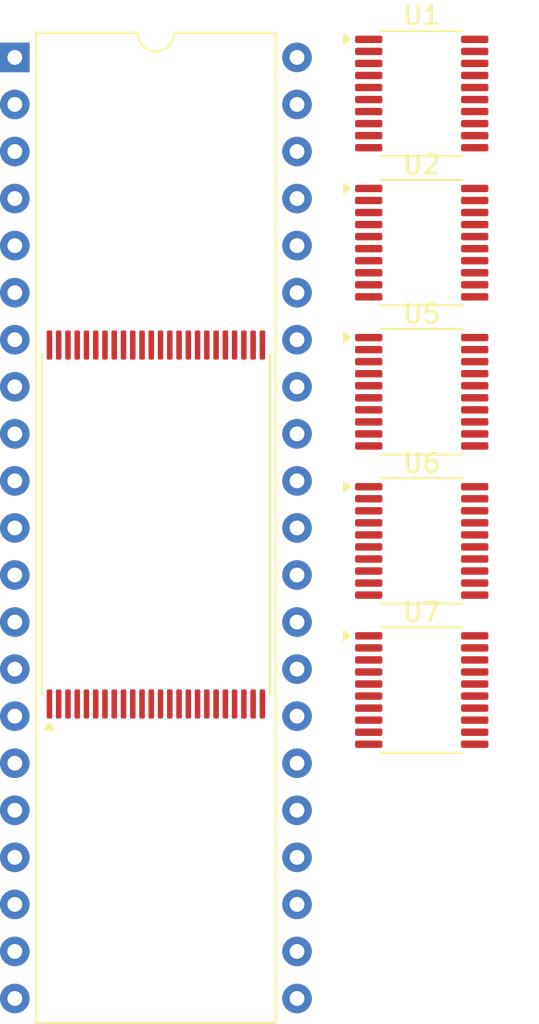
<source format=kicad_pcb>
(kicad_pcb (version 20240108) (generator "pcbnew") (generator_version "8.0")
  (layers (0 "F.Cu" signal) (31 "B.Cu" signal) (34 "B.Paste" user) (35 "F.Paste" user) (36 "B.SilkS" user "B.Silkscreen") (37 "F.SilkS" user "F.Silkscreen") (38 "B.Mask" user) (39 "F.Mask" user) (44 "Edge.Cuts" user))
  (net 0 "")
  (net 1 "NOR_A6")
  (net 2 "GND")
  (net 3 "EPROM_A6")
  (net 4 "NOR_A5")
  (net 5 "EPROM_A0")
  (net 7 "EPROM_A4")
  (net 8 "NOR_A7")
  (net 9 "EPROM_A1")
  (net 10 "NOR_A3")
  (net 12 "NOR_A0")
  (net 13 "EPROM_A7")
  (net 14 "EPROM_A5")
  (net 15 "NOR_A1")
  (net 17 "NOR_A2")
  (net 18 "EPROM_A2")
  (net 19 "EPROM_A3")
  (net 20 "NOR_A4")
  (net 21 "EPROM_A13")
  (net 22 "EPROM_A15")
  (net 23 "EPROM_A14")
  (net 24 "EPROM_A11")
  (net 26 "NOR_A11")
  (net 27 "NOR_A14")
  (net 29 "NOR_A8")
  (net 30 "EPROM_A12")
  (net 31 "NOR_A12")
  (net 32 "NOR_A10")
  (net 33 "EPROM_A9")
  (net 35 "NOR_A15")
  (net 36 "NOR_A13")
  (net 37 "EPROM_A8")
  (net 38 "EPROM_A10")
  (net 39 "NOR_A9")
  (net 42 "NOR_Q4")
  (net 43 "NOR_Q1")
  (net 44 "NOR_A19")
  (net 45 "NOR_Q5")
  (net 46 "NOR_Q0")
  (net 47 "NOR_Q7")
  (net 49 "NOR_Q11")
  (net 50 "NOR_A17")
  (net 52 "NOR_Q8")
  (net 53 "NOR_Q13")
  (net 54 "NOR_Q2")
  (net 55 "NOR_Q9")
  (net 56 "NOR_Q12")
  (net 57 "NOR_Q6")
  (net 61 "NOR_A16")
  (net 64 "NOR_A18")
  (net 65 "NOR_A20")
  (net 66 "NOR_Q10")
  (net 69 "NOR_Q14")
  (net 70 "NOR_Q3")
  (net 71 "NOR_Q15")
  (net 72 "EPROM_Q13")
  (net 74 "EPROM_A20")
  (net 75 "EPROM_Q5")
  (net 77 "EPROM_Q3")
  (net 79 "EPROM_Q14")
  (net 80 "EPROM_Q0")
  (net 82 "EPROM_A19")
  (net 83 "EPROM_Q2")
  (net 84 "EPROM_Q15")
  (net 85 "EPROM_A18")
  (net 86 "EPROM_Q6")
  (net 87 "EPROM_Q4")
  (net 88 "EPROM_Q9")
  (net 89 "EPROM_Q1")
  (net 91 "EPROM_Q10")
  (net 92 "EPROM_Q8")
  (net 93 "EPROM_A17")
  (net 94 "EPROM_A16")
  (net 95 "EPROM_Q12")
  (net 96 "EPROM_Q11")
  (net 97 "EPROM_Q7")
  (footprint "Package_DIP:DIP-42_W15.24mm" (layer "F.Cu") (at 107.8425 62.29)
    (property "Reference" "U4" (hide yes))
    (property "Value" "27C322")
    (fp_line (start 1.16 -1.33) (end 1.16 52.13) (stroke (width 0.12)) (layer "F.SilkS"))
    (fp_line (start 1.16 52.13) (end 14.08 52.13) (stroke (width 0.12)) (layer "F.SilkS"))
    (fp_line (start 6.62 -1.33) (end 1.16 -1.33) (stroke (width 0.12)) (layer "F.SilkS"))
    (fp_line (start 14.08 -1.33) (end 8.62 -1.33) (stroke (width 0.12)) (layer "F.SilkS"))
    (fp_line (start 14.08 52.13) (end 14.08 -1.33) (stroke (width 0.12)) (layer "F.SilkS"))
    (fp_arc (start 8.62 -1.33) (mid 7.62 -0.33) (end 6.62 -1.33) (stroke (width 0.12)) (layer "F.SilkS"))
    (pad "1" thru_hole rect (at 0 0) (size 1.6 1.6) (drill 0.8) (layers "*.Cu" "*.Mask") (net 85 "EPROM_A18"))
    (pad "2" thru_hole oval (at 0 2.54) (size 1.6 1.6) (drill 0.8) (layers "*.Cu" "*.Mask") (net 93 "EPROM_A17"))
    (pad "3" thru_hole oval (at 0 5.08) (size 1.6 1.6) (drill 0.8) (layers "*.Cu" "*.Mask") (net 13 "EPROM_A7"))
    (pad "4" thru_hole oval (at 0 7.62) (size 1.6 1.6) (drill 0.8) (layers "*.Cu" "*.Mask") (net 3 "EPROM_A6"))
    (pad "5" thru_hole oval (at 0 10.16) (size 1.6 1.6) (drill 0.8) (layers "*.Cu" "*.Mask") (net 14 "EPROM_A5"))
    (pad "6" thru_hole oval (at 0 12.7) (size 1.6 1.6) (drill 0.8) (layers "*.Cu" "*.Mask") (net 7 "EPROM_A4"))
    (pad "7" thru_hole oval (at 0 15.24) (size 1.6 1.6) (drill 0.8) (layers "*.Cu" "*.Mask") (net 19 "EPROM_A3"))
    (pad "8" thru_hole oval (at 0 17.78) (size 1.6 1.6) (drill 0.8) (layers "*.Cu" "*.Mask") (net 18 "EPROM_A2"))
    (pad "9" thru_hole oval (at 0 20.32) (size 1.6 1.6) (drill 0.8) (layers "*.Cu" "*.Mask") (net 9 "EPROM_A1"))
    (pad "10" thru_hole oval (at 0 22.86) (size 1.6 1.6) (drill 0.8) (layers "*.Cu" "*.Mask") (net 5 "EPROM_A0"))
    (pad "11" thru_hole oval (at 0 25.4) (size 1.6 1.6) (drill 0.8) (layers "*.Cu" "*.Mask"))
    (pad "12" thru_hole oval (at 0 27.94) (size 1.6 1.6) (drill 0.8) (layers "*.Cu" "*.Mask"))
    (pad "13" thru_hole oval (at 0 30.48) (size 1.6 1.6) (drill 0.8) (layers "*.Cu" "*.Mask"))
    (pad "14" thru_hole oval (at 0 33.02) (size 1.6 1.6) (drill 0.8) (layers "*.Cu" "*.Mask") (net 80 "EPROM_Q0"))
    (pad "15" thru_hole oval (at 0 35.56) (size 1.6 1.6) (drill 0.8) (layers "*.Cu" "*.Mask") (net 92 "EPROM_Q8"))
    (pad "16" thru_hole oval (at 0 38.1) (size 1.6 1.6) (drill 0.8) (layers "*.Cu" "*.Mask") (net 89 "EPROM_Q1"))
    (pad "17" thru_hole oval (at 0 40.64) (size 1.6 1.6) (drill 0.8) (layers "*.Cu" "*.Mask") (net 88 "EPROM_Q9"))
    (pad "18" thru_hole oval (at 0 43.18) (size 1.6 1.6) (drill 0.8) (layers "*.Cu" "*.Mask") (net 83 "EPROM_Q2"))
    (pad "19" thru_hole oval (at 0 45.72) (size 1.6 1.6) (drill 0.8) (layers "*.Cu" "*.Mask") (net 91 "EPROM_Q10"))
    (pad "20" thru_hole oval (at 0 48.26) (size 1.6 1.6) (drill 0.8) (layers "*.Cu" "*.Mask") (net 77 "EPROM_Q3"))
    (pad "21" thru_hole oval (at 0 50.8) (size 1.6 1.6) (drill 0.8) (layers "*.Cu" "*.Mask") (net 96 "EPROM_Q11"))
    (pad "22" thru_hole oval (at 15.24 50.8) (size 1.6 1.6) (drill 0.8) (layers "*.Cu" "*.Mask"))
    (pad "23" thru_hole oval (at 15.24 48.26) (size 1.6 1.6) (drill 0.8) (layers "*.Cu" "*.Mask") (net 87 "EPROM_Q4"))
    (pad "24" thru_hole oval (at 15.24 45.72) (size 1.6 1.6) (drill 0.8) (layers "*.Cu" "*.Mask") (net 95 "EPROM_Q12"))
    (pad "25" thru_hole oval (at 15.24 43.18) (size 1.6 1.6) (drill 0.8) (layers "*.Cu" "*.Mask") (net 75 "EPROM_Q5"))
    (pad "26" thru_hole oval (at 15.24 40.64) (size 1.6 1.6) (drill 0.8) (layers "*.Cu" "*.Mask") (net 72 "EPROM_Q13"))
    (pad "27" thru_hole oval (at 15.24 38.1) (size 1.6 1.6) (drill 0.8) (layers "*.Cu" "*.Mask") (net 86 "EPROM_Q6"))
    (pad "28" thru_hole oval (at 15.24 35.56) (size 1.6 1.6) (drill 0.8) (layers "*.Cu" "*.Mask") (net 79 "EPROM_Q14"))
    (pad "29" thru_hole oval (at 15.24 33.02) (size 1.6 1.6) (drill 0.8) (layers "*.Cu" "*.Mask") (net 97 "EPROM_Q7"))
    (pad "30" thru_hole oval (at 15.24 30.48) (size 1.6 1.6) (drill 0.8) (layers "*.Cu" "*.Mask") (net 84 "EPROM_Q15"))
    (pad "31" thru_hole oval (at 15.24 27.94) (size 1.6 1.6) (drill 0.8) (layers "*.Cu" "*.Mask"))
    (pad "32" thru_hole oval (at 15.24 25.4) (size 1.6 1.6) (drill 0.8) (layers "*.Cu" "*.Mask") (net 74 "EPROM_A20"))
    (pad "33" thru_hole oval (at 15.24 22.86) (size 1.6 1.6) (drill 0.8) (layers "*.Cu" "*.Mask") (net 94 "EPROM_A16"))
    (pad "34" thru_hole oval (at 15.24 20.32) (size 1.6 1.6) (drill 0.8) (layers "*.Cu" "*.Mask") (net 22 "EPROM_A15"))
    (pad "35" thru_hole oval (at 15.24 17.78) (size 1.6 1.6) (drill 0.8) (layers "*.Cu" "*.Mask") (net 23 "EPROM_A14"))
    (pad "36" thru_hole oval (at 15.24 15.24) (size 1.6 1.6) (drill 0.8) (layers "*.Cu" "*.Mask") (net 21 "EPROM_A13"))
    (pad "37" thru_hole oval (at 15.24 12.7) (size 1.6 1.6) (drill 0.8) (layers "*.Cu" "*.Mask") (net 30 "EPROM_A12"))
    (pad "38" thru_hole oval (at 15.24 10.16) (size 1.6 1.6) (drill 0.8) (layers "*.Cu" "*.Mask") (net 24 "EPROM_A11"))
    (pad "39" thru_hole oval (at 15.24 7.62) (size 1.6 1.6) (drill 0.8) (layers "*.Cu" "*.Mask") (net 38 "EPROM_A10"))
    (pad "40" thru_hole oval (at 15.24 5.08) (size 1.6 1.6) (drill 0.8) (layers "*.Cu" "*.Mask") (net 33 "EPROM_A9"))
    (pad "41" thru_hole oval (at 15.24 2.54) (size 1.6 1.6) (drill 0.8) (layers "*.Cu" "*.Mask") (net 37 "EPROM_A8"))
    (pad "42" thru_hole oval (at 15.24 0) (size 1.6 1.6) (drill 0.8) (layers "*.Cu" "*.Mask") (net 82 "EPROM_A19"))
  )
  (footprint "Package_SO:TSSOP-20_4.4x6.5mm_P0.65mm" (layer "F.Cu") (at 129.8175 88.39)
    (property "Reference" "U6" (at 0 -4.2 0) (layer "F.SilkS"))
    (property "Value" "SN74LVC245APW")
    (fp_line (start 0 -3.385) (end -2.2 -3.385) (stroke (width 0.12)) (layer "F.SilkS"))
    (fp_line (start 0 -3.385) (end 2.2 -3.385) (stroke (width 0.12)) (layer "F.SilkS"))
    (fp_line (start 0 3.385) (end -2.2 3.385) (stroke (width 0.12)) (layer "F.SilkS"))
    (fp_line (start 0 3.385) (end 2.2 3.385) (stroke (width 0.12)) (layer "F.SilkS"))
    (fp_poly (pts (xy -3.86 -2.925) (xy -4.19 -3.165) (xy -4.19 -2.685) (xy -3.86 -2.925)) (stroke (width 0.12)) (fill solid) (layer "F.SilkS"))
    (pad "1" smd roundrect (at -2.8625 -2.925) (size 1.475 0.4) (layers "F.Cu" "F.Paste" "F.Mask"))
    (pad "2" smd roundrect (at -2.8625 -2.275) (size 1.475 0.4) (layers "F.Cu" "F.Paste" "F.Mask") (net 80 "EPROM_Q0"))
    (pad "3" smd roundrect (at -2.8625 -1.625) (size 1.475 0.4) (layers "F.Cu" "F.Paste" "F.Mask") (net 89 "EPROM_Q1"))
    (pad "4" smd roundrect (at -2.8625 -0.975) (size 1.475 0.4) (layers "F.Cu" "F.Paste" "F.Mask") (net 83 "EPROM_Q2"))
    (pad "5" smd roundrect (at -2.8625 -0.325) (size 1.475 0.4) (layers "F.Cu" "F.Paste" "F.Mask") (net 77 "EPROM_Q3"))
    (pad "6" smd roundrect (at -2.8625 0.325) (size 1.475 0.4) (layers "F.Cu" "F.Paste" "F.Mask") (net 87 "EPROM_Q4"))
    (pad "7" smd roundrect (at -2.8625 0.975) (size 1.475 0.4) (layers "F.Cu" "F.Paste" "F.Mask") (net 75 "EPROM_Q5"))
    (pad "8" smd roundrect (at -2.8625 1.625) (size 1.475 0.4) (layers "F.Cu" "F.Paste" "F.Mask") (net 86 "EPROM_Q6"))
    (pad "9" smd roundrect (at -2.8625 2.275) (size 1.475 0.4) (layers "F.Cu" "F.Paste" "F.Mask") (net 97 "EPROM_Q7"))
    (pad "10" smd roundrect (at -2.8625 2.925) (size 1.475 0.4) (layers "F.Cu" "F.Paste" "F.Mask") (net 2 "GND"))
    (pad "11" smd roundrect (at 2.8625 2.925) (size 1.475 0.4) (layers "F.Cu" "F.Paste" "F.Mask") (net 47 "NOR_Q7"))
    (pad "12" smd roundrect (at 2.8625 2.275) (size 1.475 0.4) (layers "F.Cu" "F.Paste" "F.Mask") (net 57 "NOR_Q6"))
    (pad "13" smd roundrect (at 2.8625 1.625) (size 1.475 0.4) (layers "F.Cu" "F.Paste" "F.Mask") (net 45 "NOR_Q5"))
    (pad "14" smd roundrect (at 2.8625 0.975) (size 1.475 0.4) (layers "F.Cu" "F.Paste" "F.Mask") (net 42 "NOR_Q4"))
    (pad "15" smd roundrect (at 2.8625 0.325) (size 1.475 0.4) (layers "F.Cu" "F.Paste" "F.Mask") (net 70 "NOR_Q3"))
    (pad "16" smd roundrect (at 2.8625 -0.325) (size 1.475 0.4) (layers "F.Cu" "F.Paste" "F.Mask") (net 54 "NOR_Q2"))
    (pad "17" smd roundrect (at 2.8625 -0.975) (size 1.475 0.4) (layers "F.Cu" "F.Paste" "F.Mask") (net 43 "NOR_Q1"))
    (pad "18" smd roundrect (at 2.8625 -1.625) (size 1.475 0.4) (layers "F.Cu" "F.Paste" "F.Mask") (net 46 "NOR_Q0"))
    (pad "19" smd roundrect (at 2.8625 -2.275) (size 1.475 0.4) (layers "F.Cu" "F.Paste" "F.Mask"))
    (pad "20" smd roundrect (at 2.8625 -2.925) (size 1.475 0.4) (layers "F.Cu" "F.Paste" "F.Mask"))
  )
  (footprint "Package_SO:TSOP-I-48_18.4x12mm_P0.5mm" (layer "F.Cu") (at 115.4625 87.505 90)
    (property "Reference" "U3" (hide yes))
    (property "Value" "MX29LV320")
    (fp_line (start 0 -6.16) (end 9.2 -6.16) (stroke (width 0.12)) (layer "F.SilkS"))
    (fp_line (start 0 -6.16) (end -9.2 -6.16) (stroke (width 0.12)) (layer "F.SilkS"))
    (fp_line (start 0 6.16) (end 9.2 6.16) (stroke (width 0.12)) (layer "F.SilkS"))
    (fp_line (start 0 6.16) (end -9.2 6.16) (stroke (width 0.12)) (layer "F.SilkS"))
    (fp_poly (pts (xy -10.735 -5.75) (xy -11.065 -5.99) (xy -11.065 -5.51) (xy -10.735 -5.75)) (stroke (width 0.12)) (fill solid) (layer "F.SilkS"))
    (pad "1" smd roundrect (at -9.6875 -5.75 90) (size 1.575 0.3) (layers "F.Cu" "F.Paste" "F.Mask") (net 35 "NOR_A15"))
    (pad "2" smd roundrect (at -9.6875 -5.25 90) (size 1.575 0.3) (layers "F.Cu" "F.Paste" "F.Mask") (net 27 "NOR_A14"))
    (pad "3" smd roundrect (at -9.6875 -4.75 90) (size 1.575 0.3) (layers "F.Cu" "F.Paste" "F.Mask") (net 36 "NOR_A13"))
    (pad "4" smd roundrect (at -9.6875 -4.25 90) (size 1.575 0.3) (layers "F.Cu" "F.Paste" "F.Mask") (net 31 "NOR_A12"))
    (pad "5" smd roundrect (at -9.6875 -3.75 90) (size 1.575 0.3) (layers "F.Cu" "F.Paste" "F.Mask") (net 26 "NOR_A11"))
    (pad "6" smd roundrect (at -9.6875 -3.25 90) (size 1.575 0.3) (layers "F.Cu" "F.Paste" "F.Mask") (net 32 "NOR_A10"))
    (pad "7" smd roundrect (at -9.6875 -2.75 90) (size 1.575 0.3) (layers "F.Cu" "F.Paste" "F.Mask") (net 39 "NOR_A9"))
    (pad "8" smd roundrect (at -9.6875 -2.25 90) (size 1.575 0.3) (layers "F.Cu" "F.Paste" "F.Mask") (net 29 "NOR_A8"))
    (pad "9" smd roundrect (at -9.6875 -1.75 90) (size 1.575 0.3) (layers "F.Cu" "F.Paste" "F.Mask") (net 44 "NOR_A19"))
    (pad "10" smd roundrect (at -9.6875 -1.25 90) (size 1.575 0.3) (layers "F.Cu" "F.Paste" "F.Mask") (net 65 "NOR_A20"))
    (pad "11" smd roundrect (at -9.6875 -0.75 90) (size 1.575 0.3) (layers "F.Cu" "F.Paste" "F.Mask"))
    (pad "12" smd roundrect (at -9.6875 -0.25 90) (size 1.575 0.3) (layers "F.Cu" "F.Paste" "F.Mask"))
    (pad "13" smd roundrect (at -9.6875 0.25 90) (size 1.575 0.3) (layers "F.Cu" "F.Paste" "F.Mask"))
    (pad "14" smd roundrect (at -9.6875 0.75 90) (size 1.575 0.3) (layers "F.Cu" "F.Paste" "F.Mask"))
    (pad "15" smd roundrect (at -9.6875 1.25 90) (size 1.575 0.3) (layers "F.Cu" "F.Paste" "F.Mask"))
    (pad "16" smd roundrect (at -9.6875 1.75 90) (size 1.575 0.3) (layers "F.Cu" "F.Paste" "F.Mask") (net 64 "NOR_A18"))
    (pad "17" smd roundrect (at -9.6875 2.25 90) (size 1.575 0.3) (layers "F.Cu" "F.Paste" "F.Mask") (net 50 "NOR_A17"))
    (pad "18" smd roundrect (at -9.6875 2.75 90) (size 1.575 0.3) (layers "F.Cu" "F.Paste" "F.Mask") (net 8 "NOR_A7"))
    (pad "19" smd roundrect (at -9.6875 3.25 90) (size 1.575 0.3) (layers "F.Cu" "F.Paste" "F.Mask") (net 1 "NOR_A6"))
    (pad "20" smd roundrect (at -9.6875 3.75 90) (size 1.575 0.3) (layers "F.Cu" "F.Paste" "F.Mask") (net 4 "NOR_A5"))
    (pad "21" smd roundrect (at -9.6875 4.25 90) (size 1.575 0.3) (layers "F.Cu" "F.Paste" "F.Mask") (net 20 "NOR_A4"))
    (pad "22" smd roundrect (at -9.6875 4.75 90) (size 1.575 0.3) (layers "F.Cu" "F.Paste" "F.Mask") (net 10 "NOR_A3"))
    (pad "23" smd roundrect (at -9.6875 5.25 90) (size 1.575 0.3) (layers "F.Cu" "F.Paste" "F.Mask") (net 17 "NOR_A2"))
    (pad "24" smd roundrect (at -9.6875 5.75 90) (size 1.575 0.3) (layers "F.Cu" "F.Paste" "F.Mask") (net 15 "NOR_A1"))
    (pad "25" smd roundrect (at 9.6875 5.75 90) (size 1.575 0.3) (layers "F.Cu" "F.Paste" "F.Mask") (net 12 "NOR_A0"))
    (pad "26" smd roundrect (at 9.6875 5.25 90) (size 1.575 0.3) (layers "F.Cu" "F.Paste" "F.Mask"))
    (pad "27" smd roundrect (at 9.6875 4.75 90) (size 1.575 0.3) (layers "F.Cu" "F.Paste" "F.Mask"))
    (pad "28" smd roundrect (at 9.6875 4.25 90) (size 1.575 0.3) (layers "F.Cu" "F.Paste" "F.Mask"))
    (pad "29" smd roundrect (at 9.6875 3.75 90) (size 1.575 0.3) (layers "F.Cu" "F.Paste" "F.Mask") (net 46 "NOR_Q0"))
    (pad "30" smd roundrect (at 9.6875 3.25 90) (size 1.575 0.3) (layers "F.Cu" "F.Paste" "F.Mask") (net 52 "NOR_Q8"))
    (pad "31" smd roundrect (at 9.6875 2.75 90) (size 1.575 0.3) (layers "F.Cu" "F.Paste" "F.Mask") (net 43 "NOR_Q1"))
    (pad "32" smd roundrect (at 9.6875 2.25 90) (size 1.575 0.3) (layers "F.Cu" "F.Paste" "F.Mask") (net 55 "NOR_Q9"))
    (pad "33" smd roundrect (at 9.6875 1.75 90) (size 1.575 0.3) (layers "F.Cu" "F.Paste" "F.Mask") (net 54 "NOR_Q2"))
    (pad "34" smd roundrect (at 9.6875 1.25 90) (size 1.575 0.3) (layers "F.Cu" "F.Paste" "F.Mask") (net 66 "NOR_Q10"))
    (pad "35" smd roundrect (at 9.6875 0.75 90) (size 1.575 0.3) (layers "F.Cu" "F.Paste" "F.Mask") (net 70 "NOR_Q3"))
    (pad "36" smd roundrect (at 9.6875 0.25 90) (size 1.575 0.3) (layers "F.Cu" "F.Paste" "F.Mask") (net 49 "NOR_Q11"))
    (pad "37" smd roundrect (at 9.6875 -0.25 90) (size 1.575 0.3) (layers "F.Cu" "F.Paste" "F.Mask"))
    (pad "38" smd roundrect (at 9.6875 -0.75 90) (size 1.575 0.3) (layers "F.Cu" "F.Paste" "F.Mask") (net 42 "NOR_Q4"))
    (pad "39" smd roundrect (at 9.6875 -1.25 90) (size 1.575 0.3) (layers "F.Cu" "F.Paste" "F.Mask") (net 56 "NOR_Q12"))
    (pad "40" smd roundrect (at 9.6875 -1.75 90) (size 1.575 0.3) (layers "F.Cu" "F.Paste" "F.Mask") (net 45 "NOR_Q5"))
    (pad "41" smd roundrect (at 9.6875 -2.25 90) (size 1.575 0.3) (layers "F.Cu" "F.Paste" "F.Mask") (net 53 "NOR_Q13"))
    (pad "42" smd roundrect (at 9.6875 -2.75 90) (size 1.575 0.3) (layers "F.Cu" "F.Paste" "F.Mask") (net 57 "NOR_Q6"))
    (pad "43" smd roundrect (at 9.6875 -3.25 90) (size 1.575 0.3) (layers "F.Cu" "F.Paste" "F.Mask") (net 69 "NOR_Q14"))
    (pad "44" smd roundrect (at 9.6875 -3.75 90) (size 1.575 0.3) (layers "F.Cu" "F.Paste" "F.Mask") (net 47 "NOR_Q7"))
    (pad "45" smd roundrect (at 9.6875 -4.25 90) (size 1.575 0.3) (layers "F.Cu" "F.Paste" "F.Mask") (net 71 "NOR_Q15"))
    (pad "46" smd roundrect (at 9.6875 -4.75 90) (size 1.575 0.3) (layers "F.Cu" "F.Paste" "F.Mask"))
    (pad "47" smd roundrect (at 9.6875 -5.25 90) (size 1.575 0.3) (layers "F.Cu" "F.Paste" "F.Mask"))
    (pad "48" smd roundrect (at 9.6875 -5.75 90) (size 1.575 0.3) (layers "F.Cu" "F.Paste" "F.Mask") (net 61 "NOR_A16"))
  )
  (footprint "Package_SO:TSSOP-20_4.4x6.5mm_P0.65mm" (layer "F.Cu") (at 129.8175 72.29)
    (property "Reference" "U2" (at 0 -4.2 0) (layer "F.SilkS"))
    (property "Value" "SN74LVC245APW")
    (fp_line (start 0 -3.385) (end -2.2 -3.385) (stroke (width 0.12)) (layer "F.SilkS"))
    (fp_line (start 0 -3.385) (end 2.2 -3.385) (stroke (width 0.12)) (layer "F.SilkS"))
    (fp_line (start 0 3.385) (end -2.2 3.385) (stroke (width 0.12)) (layer "F.SilkS"))
    (fp_line (start 0 3.385) (end 2.2 3.385) (stroke (width 0.12)) (layer "F.SilkS"))
    (fp_poly (pts (xy -3.86 -2.925) (xy -4.19 -3.165) (xy -4.19 -2.685) (xy -3.86 -2.925)) (stroke (width 0.12)) (fill solid) (layer "F.SilkS"))
    (pad "1" smd roundrect (at -2.8625 -2.925) (size 1.475 0.4) (layers "F.Cu" "F.Paste" "F.Mask"))
    (pad "2" smd roundrect (at -2.8625 -2.275) (size 1.475 0.4) (layers "F.Cu" "F.Paste" "F.Mask") (net 37 "EPROM_A8"))
    (pad "3" smd roundrect (at -2.8625 -1.625) (size 1.475 0.4) (layers "F.Cu" "F.Paste" "F.Mask") (net 33 "EPROM_A9"))
    (pad "4" smd roundrect (at -2.8625 -0.975) (size 1.475 0.4) (layers "F.Cu" "F.Paste" "F.Mask") (net 38 "EPROM_A10"))
    (pad "5" smd roundrect (at -2.8625 -0.325) (size 1.475 0.4) (layers "F.Cu" "F.Paste" "F.Mask") (net 24 "EPROM_A11"))
    (pad "6" smd roundrect (at -2.8625 0.325) (size 1.475 0.4) (layers "F.Cu" "F.Paste" "F.Mask") (net 30 "EPROM_A12"))
    (pad "7" smd roundrect (at -2.8625 0.975) (size 1.475 0.4) (layers "F.Cu" "F.Paste" "F.Mask") (net 21 "EPROM_A13"))
    (pad "8" smd roundrect (at -2.8625 1.625) (size 1.475 0.4) (layers "F.Cu" "F.Paste" "F.Mask") (net 23 "EPROM_A14"))
    (pad "9" smd roundrect (at -2.8625 2.275) (size 1.475 0.4) (layers "F.Cu" "F.Paste" "F.Mask") (net 22 "EPROM_A15"))
    (pad "10" smd roundrect (at -2.8625 2.925) (size 1.475 0.4) (layers "F.Cu" "F.Paste" "F.Mask") (net 2 "GND"))
    (pad "11" smd roundrect (at 2.8625 2.925) (size 1.475 0.4) (layers "F.Cu" "F.Paste" "F.Mask") (net 35 "NOR_A15"))
    (pad "12" smd roundrect (at 2.8625 2.275) (size 1.475 0.4) (layers "F.Cu" "F.Paste" "F.Mask") (net 27 "NOR_A14"))
    (pad "13" smd roundrect (at 2.8625 1.625) (size 1.475 0.4) (layers "F.Cu" "F.Paste" "F.Mask") (net 36 "NOR_A13"))
    (pad "14" smd roundrect (at 2.8625 0.975) (size 1.475 0.4) (layers "F.Cu" "F.Paste" "F.Mask") (net 31 "NOR_A12"))
    (pad "15" smd roundrect (at 2.8625 0.325) (size 1.475 0.4) (layers "F.Cu" "F.Paste" "F.Mask") (net 26 "NOR_A11"))
    (pad "16" smd roundrect (at 2.8625 -0.325) (size 1.475 0.4) (layers "F.Cu" "F.Paste" "F.Mask") (net 32 "NOR_A10"))
    (pad "17" smd roundrect (at 2.8625 -0.975) (size 1.475 0.4) (layers "F.Cu" "F.Paste" "F.Mask") (net 39 "NOR_A9"))
    (pad "18" smd roundrect (at 2.8625 -1.625) (size 1.475 0.4) (layers "F.Cu" "F.Paste" "F.Mask") (net 29 "NOR_A8"))
    (pad "19" smd roundrect (at 2.8625 -2.275) (size 1.475 0.4) (layers "F.Cu" "F.Paste" "F.Mask"))
    (pad "20" smd roundrect (at 2.8625 -2.925) (size 1.475 0.4) (layers "F.Cu" "F.Paste" "F.Mask"))
  )
  (footprint "Package_SO:TSSOP-20_4.4x6.5mm_P0.65mm" (layer "F.Cu") (at 129.8175 64.24)
    (property "Reference" "U1" (at 0 -4.2 0) (layer "F.SilkS"))
    (property "Value" "SN74LVC245APW")
    (fp_line (start 0 -3.385) (end -2.2 -3.385) (stroke (width 0.12)) (layer "F.SilkS"))
    (fp_line (start 0 -3.385) (end 2.2 -3.385) (stroke (width 0.12)) (layer "F.SilkS"))
    (fp_line (start 0 3.385) (end -2.2 3.385) (stroke (width 0.12)) (layer "F.SilkS"))
    (fp_line (start 0 3.385) (end 2.2 3.385) (stroke (width 0.12)) (layer "F.SilkS"))
    (fp_poly (pts (xy -3.86 -2.925) (xy -4.19 -3.165) (xy -4.19 -2.685) (xy -3.86 -2.925)) (stroke (width 0.12)) (fill solid) (layer "F.SilkS"))
    (pad "1" smd roundrect (at -2.8625 -2.925) (size 1.475 0.4) (layers "F.Cu" "F.Paste" "F.Mask"))
    (pad "2" smd roundrect (at -2.8625 -2.275) (size 1.475 0.4) (layers "F.Cu" "F.Paste" "F.Mask") (net 5 "EPROM_A0"))
    (pad "3" smd roundrect (at -2.8625 -1.625) (size 1.475 0.4) (layers "F.Cu" "F.Paste" "F.Mask") (net 9 "EPROM_A1"))
    (pad "4" smd roundrect (at -2.8625 -0.975) (size 1.475 0.4) (layers "F.Cu" "F.Paste" "F.Mask") (net 18 "EPROM_A2"))
    (pad "5" smd roundrect (at -2.8625 -0.325) (size 1.475 0.4) (layers "F.Cu" "F.Paste" "F.Mask") (net 19 "EPROM_A3"))
    (pad "6" smd roundrect (at -2.8625 0.325) (size 1.475 0.4) (layers "F.Cu" "F.Paste" "F.Mask") (net 7 "EPROM_A4"))
    (pad "7" smd roundrect (at -2.8625 0.975) (size 1.475 0.4) (layers "F.Cu" "F.Paste" "F.Mask") (net 14 "EPROM_A5"))
    (pad "8" smd roundrect (at -2.8625 1.625) (size 1.475 0.4) (layers "F.Cu" "F.Paste" "F.Mask") (net 3 "EPROM_A6"))
    (pad "9" smd roundrect (at -2.8625 2.275) (size 1.475 0.4) (layers "F.Cu" "F.Paste" "F.Mask") (net 13 "EPROM_A7"))
    (pad "10" smd roundrect (at -2.8625 2.925) (size 1.475 0.4) (layers "F.Cu" "F.Paste" "F.Mask") (net 2 "GND"))
    (pad "11" smd roundrect (at 2.8625 2.925) (size 1.475 0.4) (layers "F.Cu" "F.Paste" "F.Mask") (net 8 "NOR_A7"))
    (pad "12" smd roundrect (at 2.8625 2.275) (size 1.475 0.4) (layers "F.Cu" "F.Paste" "F.Mask") (net 1 "NOR_A6"))
    (pad "13" smd roundrect (at 2.8625 1.625) (size 1.475 0.4) (layers "F.Cu" "F.Paste" "F.Mask") (net 4 "NOR_A5"))
    (pad "14" smd roundrect (at 2.8625 0.975) (size 1.475 0.4) (layers "F.Cu" "F.Paste" "F.Mask") (net 20 "NOR_A4"))
    (pad "15" smd roundrect (at 2.8625 0.325) (size 1.475 0.4) (layers "F.Cu" "F.Paste" "F.Mask") (net 10 "NOR_A3"))
    (pad "16" smd roundrect (at 2.8625 -0.325) (size 1.475 0.4) (layers "F.Cu" "F.Paste" "F.Mask") (net 17 "NOR_A2"))
    (pad "17" smd roundrect (at 2.8625 -0.975) (size 1.475 0.4) (layers "F.Cu" "F.Paste" "F.Mask") (net 15 "NOR_A1"))
    (pad "18" smd roundrect (at 2.8625 -1.625) (size 1.475 0.4) (layers "F.Cu" "F.Paste" "F.Mask") (net 12 "NOR_A0"))
    (pad "19" smd roundrect (at 2.8625 -2.275) (size 1.475 0.4) (layers "F.Cu" "F.Paste" "F.Mask"))
    (pad "20" smd roundrect (at 2.8625 -2.925) (size 1.475 0.4) (layers "F.Cu" "F.Paste" "F.Mask"))
  )
  (footprint "Package_SO:TSSOP-20_4.4x6.5mm_P0.65mm" (layer "F.Cu") (at 129.8175 80.34)
    (property "Reference" "U5" (at 0 -4.2 0) (layer "F.SilkS"))
    (property "Value" "SN74LVC245APW")
    (fp_line (start 0 -3.385) (end -2.2 -3.385) (stroke (width 0.12)) (layer "F.SilkS"))
    (fp_line (start 0 -3.385) (end 2.2 -3.385) (stroke (width 0.12)) (layer "F.SilkS"))
    (fp_line (start 0 3.385) (end -2.2 3.385) (stroke (width 0.12)) (layer "F.SilkS"))
    (fp_line (start 0 3.385) (end 2.2 3.385) (stroke (width 0.12)) (layer "F.SilkS"))
    (fp_poly (pts (xy -3.86 -2.925) (xy -4.19 -3.165) (xy -4.19 -2.685) (xy -3.86 -2.925)) (stroke (width 0.12)) (fill solid) (layer "F.SilkS"))
    (pad "1" smd roundrect (at -2.8625 -2.925) (size 1.475 0.4) (layers "F.Cu" "F.Paste" "F.Mask"))
    (pad "2" smd roundrect (at -2.8625 -2.275) (size 1.475 0.4) (layers "F.Cu" "F.Paste" "F.Mask") (net 94 "EPROM_A16"))
    (pad "3" smd roundrect (at -2.8625 -1.625) (size 1.475 0.4) (layers "F.Cu" "F.Paste" "F.Mask") (net 93 "EPROM_A17"))
    (pad "4" smd roundrect (at -2.8625 -0.975) (size 1.475 0.4) (layers "F.Cu" "F.Paste" "F.Mask") (net 85 "EPROM_A18"))
    (pad "5" smd roundrect (at -2.8625 -0.325) (size 1.475 0.4) (layers "F.Cu" "F.Paste" "F.Mask") (net 82 "EPROM_A19"))
    (pad "6" smd roundrect (at -2.8625 0.325) (size 1.475 0.4) (layers "F.Cu" "F.Paste" "F.Mask") (net 74 "EPROM_A20"))
    (pad "7" smd roundrect (at -2.8625 0.975) (size 1.475 0.4) (layers "F.Cu" "F.Paste" "F.Mask"))
    (pad "8" smd roundrect (at -2.8625 1.625) (size 1.475 0.4) (layers "F.Cu" "F.Paste" "F.Mask"))
    (pad "9" smd roundrect (at -2.8625 2.275) (size 1.475 0.4) (layers "F.Cu" "F.Paste" "F.Mask"))
    (pad "10" smd roundrect (at -2.8625 2.925) (size 1.475 0.4) (layers "F.Cu" "F.Paste" "F.Mask") (net 2 "GND"))
    (pad "11" smd roundrect (at 2.8625 2.925) (size 1.475 0.4) (layers "F.Cu" "F.Paste" "F.Mask"))
    (pad "12" smd roundrect (at 2.8625 2.275) (size 1.475 0.4) (layers "F.Cu" "F.Paste" "F.Mask"))
    (pad "13" smd roundrect (at 2.8625 1.625) (size 1.475 0.4) (layers "F.Cu" "F.Paste" "F.Mask"))
    (pad "14" smd roundrect (at 2.8625 0.975) (size 1.475 0.4) (layers "F.Cu" "F.Paste" "F.Mask") (net 65 "NOR_A20"))
    (pad "15" smd roundrect (at 2.8625 0.325) (size 1.475 0.4) (layers "F.Cu" "F.Paste" "F.Mask") (net 44 "NOR_A19"))
    (pad "16" smd roundrect (at 2.8625 -0.325) (size 1.475 0.4) (layers "F.Cu" "F.Paste" "F.Mask") (net 64 "NOR_A18"))
    (pad "17" smd roundrect (at 2.8625 -0.975) (size 1.475 0.4) (layers "F.Cu" "F.Paste" "F.Mask") (net 50 "NOR_A17"))
    (pad "18" smd roundrect (at 2.8625 -1.625) (size 1.475 0.4) (layers "F.Cu" "F.Paste" "F.Mask") (net 61 "NOR_A16"))
    (pad "19" smd roundrect (at 2.8625 -2.275) (size 1.475 0.4) (layers "F.Cu" "F.Paste" "F.Mask"))
    (pad "20" smd roundrect (at 2.8625 -2.925) (size 1.475 0.4) (layers "F.Cu" "F.Paste" "F.Mask"))
  )
  (footprint "Package_SO:TSSOP-20_4.4x6.5mm_P0.65mm" (layer "F.Cu") (at 129.8175 96.44)
    (property "Reference" "U7" (at 0 -4.2 0) (layer "F.SilkS"))
    (property "Value" "SN74LVC245APW")
    (fp_line (start 0 -3.385) (end -2.2 -3.385) (stroke (width 0.12)) (layer "F.SilkS"))
    (fp_line (start 0 -3.385) (end 2.2 -3.385) (stroke (width 0.12)) (layer "F.SilkS"))
    (fp_line (start 0 3.385) (end -2.2 3.385) (stroke (width 0.12)) (layer "F.SilkS"))
    (fp_line (start 0 3.385) (end 2.2 3.385) (stroke (width 0.12)) (layer "F.SilkS"))
    (fp_poly (pts (xy -3.86 -2.925) (xy -4.19 -3.165) (xy -4.19 -2.685) (xy -3.86 -2.925)) (stroke (width 0.12)) (fill solid) (layer "F.SilkS"))
    (pad "1" smd roundrect (at -2.8625 -2.925) (size 1.475 0.4) (layers "F.Cu" "F.Paste" "F.Mask"))
    (pad "2" smd roundrect (at -2.8625 -2.275) (size 1.475 0.4) (layers "F.Cu" "F.Paste" "F.Mask") (net 92 "EPROM_Q8"))
    (pad "3" smd roundrect (at -2.8625 -1.625) (size 1.475 0.4) (layers "F.Cu" "F.Paste" "F.Mask") (net 88 "EPROM_Q9"))
    (pad "4" smd roundrect (at -2.8625 -0.975) (size 1.475 0.4) (layers "F.Cu" "F.Paste" "F.Mask") (net 91 "EPROM_Q10"))
    (pad "5" smd roundrect (at -2.8625 -0.325) (size 1.475 0.4) (layers "F.Cu" "F.Paste" "F.Mask") (net 96 "EPROM_Q11"))
    (pad "6" smd roundrect (at -2.8625 0.325) (size 1.475 0.4) (layers "F.Cu" "F.Paste" "F.Mask") (net 95 "EPROM_Q12"))
    (pad "7" smd roundrect (at -2.8625 0.975) (size 1.475 0.4) (layers "F.Cu" "F.Paste" "F.Mask") (net 72 "EPROM_Q13"))
    (pad "8" smd roundrect (at -2.8625 1.625) (size 1.475 0.4) (layers "F.Cu" "F.Paste" "F.Mask") (net 79 "EPROM_Q14"))
    (pad "9" smd roundrect (at -2.8625 2.275) (size 1.475 0.4) (layers "F.Cu" "F.Paste" "F.Mask") (net 84 "EPROM_Q15"))
    (pad "10" smd roundrect (at -2.8625 2.925) (size 1.475 0.4) (layers "F.Cu" "F.Paste" "F.Mask") (net 2 "GND"))
    (pad "11" smd roundrect (at 2.8625 2.925) (size 1.475 0.4) (layers "F.Cu" "F.Paste" "F.Mask") (net 71 "NOR_Q15"))
    (pad "12" smd roundrect (at 2.8625 2.275) (size 1.475 0.4) (layers "F.Cu" "F.Paste" "F.Mask") (net 69 "NOR_Q14"))
    (pad "13" smd roundrect (at 2.8625 1.625) (size 1.475 0.4) (layers "F.Cu" "F.Paste" "F.Mask") (net 53 "NOR_Q13"))
    (pad "14" smd roundrect (at 2.8625 0.975) (size 1.475 0.4) (layers "F.Cu" "F.Paste" "F.Mask") (net 56 "NOR_Q12"))
    (pad "15" smd roundrect (at 2.8625 0.325) (size 1.475 0.4) (layers "F.Cu" "F.Paste" "F.Mask") (net 49 "NOR_Q11"))
    (pad "16" smd roundrect (at 2.8625 -0.325) (size 1.475 0.4) (layers "F.Cu" "F.Paste" "F.Mask") (net 66 "NOR_Q10"))
    (pad "17" smd roundrect (at 2.8625 -0.975) (size 1.475 0.4) (layers "F.Cu" "F.Paste" "F.Mask") (net 55 "NOR_Q9"))
    (pad "18" smd roundrect (at 2.8625 -1.625) (size 1.475 0.4) (layers "F.Cu" "F.Paste" "F.Mask") (net 52 "NOR_Q8"))
    (pad "19" smd roundrect (at 2.8625 -2.275) (size 1.475 0.4) (layers "F.Cu" "F.Paste" "F.Mask"))
    (pad "20" smd roundrect (at 2.8625 -2.925) (size 1.475 0.4) (layers "F.Cu" "F.Paste" "F.Mask"))
  )
)
</source>
